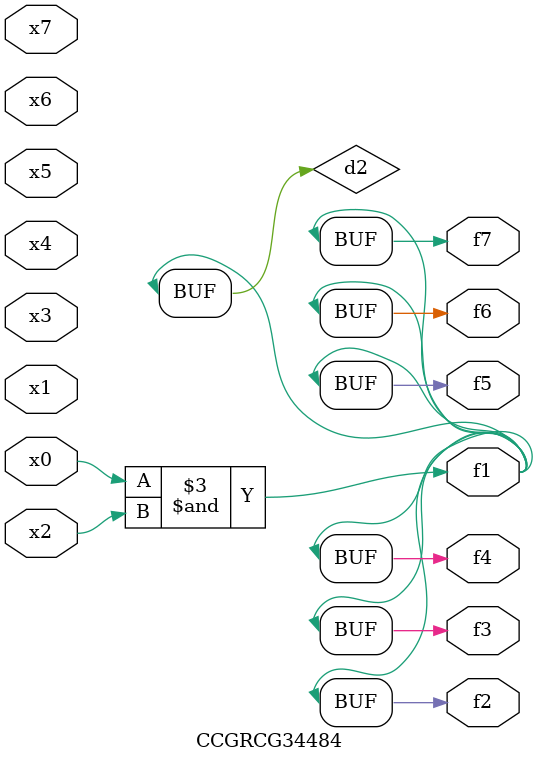
<source format=v>
module CCGRCG34484(
	input x0, x1, x2, x3, x4, x5, x6, x7,
	output f1, f2, f3, f4, f5, f6, f7
);

	wire d1, d2;

	nor (d1, x3, x6);
	and (d2, x0, x2);
	assign f1 = d2;
	assign f2 = d2;
	assign f3 = d2;
	assign f4 = d2;
	assign f5 = d2;
	assign f6 = d2;
	assign f7 = d2;
endmodule

</source>
